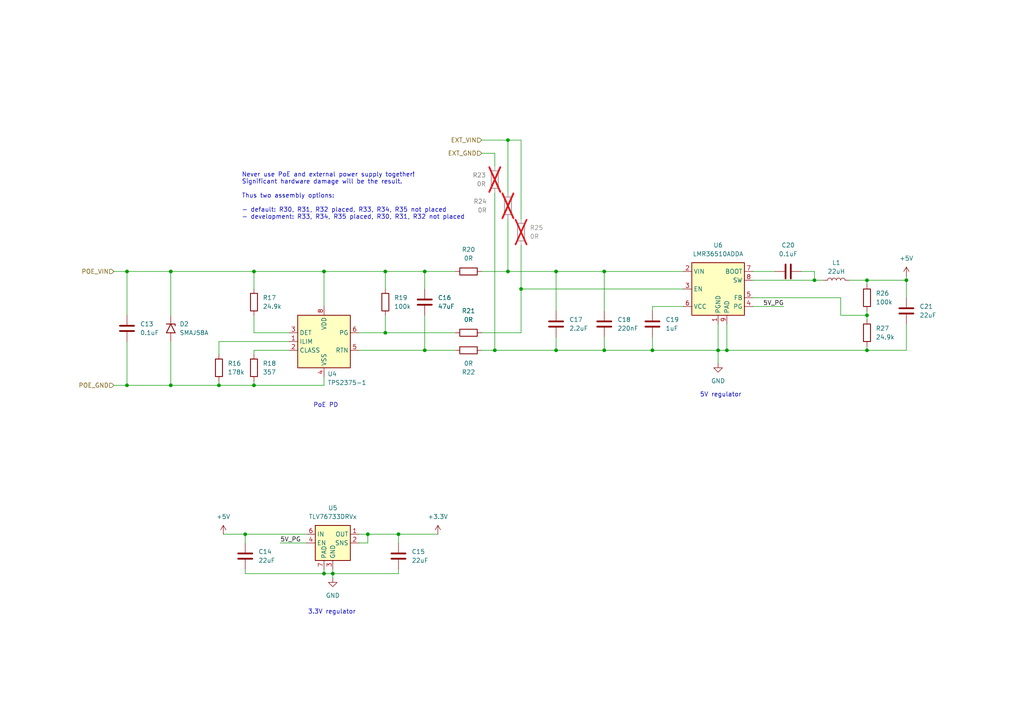
<source format=kicad_sch>
(kicad_sch (version 20250114) (generator "eeschema") (generator_version "9.0")
  (paper "A4")
  (title_block (title "iot-contact"))
  (lib_symbols
    (symbol "Device:C" (pin_numbers (hide yes)) (pin_names (offset 0.254))
      (property "Reference" "C" (at 0.635 2.54 0))
      (property "Value" "C" (at 0.635 -2.54 0))
      (symbol "C_0_1"
        (polyline (pts (xy -2.032 0.762) (xy 2.032 0.762)) (stroke (width 0.508)))
        (polyline (pts (xy -2.032 -0.762) (xy 2.032 -0.762)) (stroke (width 0.508)))
      )
      (symbol "C_1_1"
        (pin passive line (at 0 3.81 270) (length 2.794) (name "~") (number "1"))
        (pin passive line (at 0 -3.81 90) (length 2.794) (name "~") (number "2"))
      )
    )
    (symbol "Device:L" (pin_numbers (hide yes)) (pin_names (offset 1.016) (hide yes))
      (property "Reference" "L" (at -1.27 0 90))
      (property "Value" "L" (at 1.905 0 90))
      (symbol "L_0_1"
        (arc (start 0 2.54) (mid 0.6323 1.905) (end 0 1.27))
        (arc (start 0 1.27) (mid 0.6323 0.635) (end 0 0))
        (arc (start 0 0) (mid 0.6323 -0.635) (end 0 -1.27))
        (arc (start 0 -1.27) (mid 0.6323 -1.905) (end 0 -2.54))
      )
      (symbol "L_1_1"
        (pin passive line (at 0 3.81 270) (length 1.27) (name "1") (number "1"))
        (pin passive line (at 0 -3.81 90) (length 1.27) (name "2") (number "2"))
      )
    )
    (symbol "Device:R" (pin_numbers (hide yes)) (pin_names (offset 0))
      (property "Reference" "R" (at 2.032 0 90))
      (property "Value" "R" (at 0 0 90))
      (symbol "R_0_1"
        (rectangle (start -1.016 -2.54) (end 1.016 2.54) (stroke (width 0.254)))
      )
      (symbol "R_1_1"
        (pin passive line (at 0 3.81 270) (length 1.27) (name "~") (number "1"))
        (pin passive line (at 0 -3.81 90) (length 1.27) (name "~") (number "2"))
      )
    )
    (symbol "Diode:SMAJ58A" (pin_numbers (hide yes)) (pin_names (offset 1.016) (hide yes))
      (property "Reference" "D" (at 0 2.54 0))
      (property "Value" "SMAJ58A" (at 0 -2.54 0))
      (symbol "SMAJ58A_0_1"
        (polyline (pts (xy -0.762 1.27) (xy -1.27 1.27) (xy -1.27 -1.27)) (stroke (width 0.254)))
        (polyline (pts (xy 1.27 1.27) (xy 1.27 -1.27) (xy -1.27 0) (xy 1.27 1.27)) (stroke (width 0.254)))
      )
      (symbol "SMAJ58A_1_1"
        (pin passive line (at -3.81 0 0) (length 2.54) (name "A1") (number "1"))
        (pin passive line (at 3.81 0 180) (length 2.54) (name "A2") (number "2"))
      )
    )
    (symbol "Regulator_Controller:TPS2375-1"
      (property "Reference" "U" (at 2.54 -8.89 0))
      (property "Value" "TPS2375-1" (at 7.62 -11.43 0))
      (symbol "TPS2375-1_0_1"
        (rectangle (start -7.62 7.62) (end 7.62 -7.62) (stroke (width 0.254)) (fill (type background)))
      )
      (symbol "TPS2375-1_1_1"
        (pin passive line (at -10.16 2.54 0) (length 2.54) (name "DET") (number "3"))
        (pin passive line (at -10.16 0 0) (length 2.54) (name "ILIM") (number "1"))
        (pin passive line (at -10.16 -2.54 0) (length 2.54) (name "CLASS") (number "2"))
        (pin power_in line (at 0 10.16 270) (length 2.54) (name "VDD") (number "8"))
        (pin power_in line (at 0 -10.16 90) (length 2.54) (name "VSS") (number "4"))
        (pin no_connect line (at 7.62 0 180) (length 2.54) (hide yes) (name "NC") (number "7"))
        (pin open_collector line (at 10.16 2.54 180) (length 2.54) (name "PG") (number "6"))
        (pin power_out line (at 10.16 -2.54 180) (length 2.54) (name "RTN") (number "5"))
      )
    )
    (symbol "Regulator_Linear:TLV76733DRVx"
      (property "Reference" "U" (at 0 8.89 0))
      (property "Value" "TLV76733DRVx" (at 0 6.35 0))
      (symbol "TLV76733DRVx_0_1"
        (rectangle (start -5.08 -5.08) (end 5.08 5.08) (stroke (width 0.254)) (fill (type background)))
      )
      (symbol "TLV76733DRVx_1_1"
        (pin power_in line (at -7.62 2.54 0) (length 2.54) (name "IN") (number "6"))
        (pin input line (at -7.62 0 0) (length 2.54) (name "EN") (number "4"))
        (pin passive line (at -2.54 -7.62 90) (length 2.54) (name "PAD") (number "7"))
        (pin power_in line (at 0 -7.62 90) (length 2.54) (name "GND") (number "3"))
        (pin passive line (at 0 -7.62 90) (length 2.54) (hide yes) (name "GND") (number "5"))
        (pin power_out line (at 7.62 2.54 180) (length 2.54) (name "OUT") (number "1"))
        (pin input line (at 7.62 0 180) (length 2.54) (name "SNS") (number "2"))
      )
    )
    (symbol "Regulator_Switching:LMR36510ADDA"
      (property "Reference" "U" (at 0 11.43 0))
      (property "Value" "LMR36510ADDA" (at 0 8.89 0))
      (symbol "LMR36510ADDA_0_1"
        (rectangle (start -7.62 7.62) (end 7.62 -7.62) (stroke (width 0.254)) (fill (type background)))
      )
      (symbol "LMR36510ADDA_1_1"
        (pin power_in line (at -10.16 5.08 0) (length 2.54) (name "VIN") (number "2"))
        (pin input line (at -10.16 0 0) (length 2.54) (name "EN") (number "3"))
        (pin power_out line (at -10.16 -5.08 0) (length 2.54) (name "VCC") (number "6"))
        (pin power_in line (at 0 -10.16 90) (length 2.54) (name "PGND") (number "1"))
        (pin power_in line (at 2.54 -10.16 90) (length 2.54) (name "PAD") (number "9"))
        (pin input line (at 10.16 5.08 180) (length 2.54) (name "BOOT") (number "7"))
        (pin output line (at 10.16 2.54 180) (length 2.54) (name "SW") (number "8"))
        (pin input line (at 10.16 -2.54 180) (length 2.54) (name "FB") (number "5"))
        (pin open_collector line (at 10.16 -5.08 180) (length 2.54) (name "PG") (number "4"))
      )
    )
    (symbol "power:+3.3V" (power) (pin_numbers (hide yes)) (pin_names (offset 0) (hide yes))
      (property "Value" "+3.3V" (at 0 3.556 0))
      (symbol "+3.3V_0_1"
        (polyline (pts (xy -0.762 1.27) (xy 0 2.54)))
        (polyline (pts (xy 0 2.54) (xy 0.762 1.27)))
        (polyline (pts (xy 0 0) (xy 0 2.54)))
      )
      (symbol "+3.3V_1_1"
        (pin power_in line (at 0 0 90) (length 0) (name "~") (number "1"))
      )
    )
    (symbol "power:+5V" (power) (pin_numbers (hide yes)) (pin_names (offset 0) (hide yes))
      (property "Value" "+5V" (at 0 3.556 0))
      (symbol "+5V_0_1"
        (polyline (pts (xy -0.762 1.27) (xy 0 2.54)))
        (polyline (pts (xy 0 2.54) (xy 0.762 1.27)))
        (polyline (pts (xy 0 0) (xy 0 2.54)))
      )
      (symbol "+5V_1_1"
        (pin power_in line (at 0 0 90) (length 0) (name "~") (number "1"))
      )
    )
    (symbol "power:GND" (power) (pin_numbers (hide yes)) (pin_names (offset 0) (hide yes))
      (property "Value" "GND" (at 0 -3.81 0))
      (symbol "GND_0_1"
        (polyline (pts (xy 0 0) (xy 0 -1.27) (xy 1.27 -1.27) (xy 0 -2.54) (xy -1.27 -1.27) (xy 0 -1.27)))
      )
      (symbol "GND_1_1"
        (pin power_in line (at 0 0 270) (length 0) (name "~") (number "1"))
      )
    )
  )
  (text "Never use PoE and external power supply together!\nSignificant hardware damage will be the result.\n\nThus two assembly options:\n\n- default: R30, R31, R32 placed, R33, R34, R35 not placed\n- development: R33, R34, R35 placed, R30, R31, R32 not placed" (at 70.104 56.896 0) (effects (font (size 1.27 1.27)) (justify left)))
  (text "5V regulator" (at 209.042 114.554 0) (effects (font (size 1.27 1.27))))
  (text "PoE PD" (at 94.488 117.602 0) (effects (font (size 1.27 1.27))))
  (text "3.3V regulator\n" (at 96.266 177.546 0) (effects (font (size 1.27 1.27))))
  (junction (at 161.29 78.74))
  (junction (at 96.52 166.37))
  (junction (at 175.26 101.6))
  (junction (at 36.83 78.74))
  (junction (at 143.51 101.6))
  (junction (at 71.12 154.94))
  (junction (at 251.46 91.44))
  (junction (at 36.83 111.76))
  (junction (at 251.46 81.28))
  (junction (at 93.98 78.74))
  (junction (at 115.57 154.94))
  (junction (at 151.13 83.82))
  (junction (at 63.5 111.76))
  (junction (at 175.26 78.74))
  (junction (at 189.23 101.6))
  (junction (at 123.19 78.74))
  (junction (at 251.46 101.6))
  (junction (at 147.32 78.74))
  (junction (at 106.68 154.94))
  (junction (at 49.53 111.76))
  (junction (at 73.66 111.76))
  (junction (at 111.76 96.52))
  (junction (at 236.22 81.28))
  (junction (at 111.76 78.74))
  (junction (at 262.89 81.28))
  (junction (at 93.98 166.37))
  (junction (at 73.66 78.74))
  (junction (at 49.53 78.74))
  (junction (at 147.32 40.64))
  (junction (at 161.29 101.6))
  (junction (at 123.19 101.6))
  (junction (at 208.28 101.6))
  (junction (at 210.82 101.6))
  (wire (pts (xy 104.14 154.94) (xy 106.68 154.94)))
  (wire (pts (xy 115.57 165.1) (xy 115.57 166.37)))
  (wire (pts (xy 147.32 78.74) (xy 161.29 78.74)))
  (wire (pts (xy 106.68 157.48) (xy 106.68 154.94)))
  (wire (pts (xy 189.23 101.6) (xy 208.28 101.6)))
  (wire (pts (xy 115.57 154.94) (xy 127 154.94)))
  (wire (pts (xy 262.89 93.98) (xy 262.89 101.6)))
  (wire (pts (xy 73.66 96.52) (xy 83.82 96.52)))
  (wire (pts (xy 243.84 91.44) (xy 251.46 91.44)))
  (wire (pts (xy 232.41 78.74) (xy 236.22 78.74)))
  (wire (pts (xy 139.7 101.6) (xy 143.51 101.6)))
  (wire (pts (xy 161.29 101.6) (xy 175.26 101.6)))
  (wire (pts (xy 106.68 154.94) (xy 115.57 154.94)))
  (wire (pts (xy 218.44 86.36) (xy 243.84 86.36)))
  (wire (pts (xy 81.28 157.48) (xy 88.9 157.48)))
  (wire (pts (xy 104.14 101.6) (xy 123.19 101.6)))
  (wire (pts (xy 251.46 81.28) (xy 262.89 81.28)))
  (wire (pts (xy 96.52 166.37) (xy 96.52 167.64)))
  (wire (pts (xy 71.12 166.37) (xy 93.98 166.37)))
  (wire (pts (xy 123.19 78.74) (xy 132.08 78.74)))
  (wire (pts (xy 111.76 78.74) (xy 111.76 83.82)))
  (wire (pts (xy 49.53 111.76) (xy 63.5 111.76)))
  (wire (pts (xy 208.28 101.6) (xy 208.28 105.41)))
  (wire (pts (xy 123.19 101.6) (xy 132.08 101.6)))
  (wire (pts (xy 175.26 78.74) (xy 175.26 90.17)))
  (wire (pts (xy 73.66 78.74) (xy 93.98 78.74)))
  (wire (pts (xy 49.53 78.74) (xy 73.66 78.74)))
  (wire (pts (xy 151.13 40.64) (xy 147.32 40.64)))
  (wire (pts (xy 189.23 90.17) (xy 189.23 88.9)))
  (wire (pts (xy 111.76 78.74) (xy 123.19 78.74)))
  (wire (pts (xy 73.66 91.44) (xy 73.66 96.52)))
  (wire (pts (xy 93.98 165.1) (xy 93.98 166.37)))
  (wire (pts (xy 189.23 97.79) (xy 189.23 101.6)))
  (wire (pts (xy 236.22 78.74) (xy 236.22 81.28)))
  (wire (pts (xy 175.26 97.79) (xy 175.26 101.6)))
  (wire (pts (xy 71.12 154.94) (xy 88.9 154.94)))
  (wire (pts (xy 33.02 78.74) (xy 36.83 78.74)))
  (wire (pts (xy 147.32 40.64) (xy 147.32 55.88)))
  (wire (pts (xy 115.57 166.37) (xy 96.52 166.37)))
  (wire (pts (xy 73.66 102.87) (xy 73.66 101.6)))
  (wire (pts (xy 210.82 101.6) (xy 251.46 101.6)))
  (wire (pts (xy 161.29 78.74) (xy 161.29 90.17)))
  (wire (pts (xy 143.51 101.6) (xy 161.29 101.6)))
  (wire (pts (xy 123.19 91.44) (xy 123.19 101.6)))
  (wire (pts (xy 251.46 81.28) (xy 251.46 82.55)))
  (wire (pts (xy 123.19 78.74) (xy 123.19 83.82)))
  (wire (pts (xy 208.28 93.98) (xy 208.28 101.6)))
  (wire (pts (xy 73.66 101.6) (xy 83.82 101.6)))
  (wire (pts (xy 96.52 165.1) (xy 96.52 166.37)))
  (wire (pts (xy 36.83 99.06) (xy 36.83 111.76)))
  (wire (pts (xy 251.46 100.33) (xy 251.46 101.6)))
  (wire (pts (xy 151.13 71.12) (xy 151.13 83.82)))
  (wire (pts (xy 262.89 81.28) (xy 262.89 86.36)))
  (wire (pts (xy 73.66 78.74) (xy 73.66 83.82)))
  (wire (pts (xy 210.82 93.98) (xy 210.82 101.6)))
  (wire (pts (xy 93.98 78.74) (xy 111.76 78.74)))
  (wire (pts (xy 175.26 78.74) (xy 198.12 78.74)))
  (wire (pts (xy 93.98 166.37) (xy 96.52 166.37)))
  (wire (pts (xy 147.32 63.5) (xy 147.32 78.74)))
  (wire (pts (xy 49.53 78.74) (xy 49.53 91.44)))
  (wire (pts (xy 210.82 101.6) (xy 208.28 101.6)))
  (wire (pts (xy 251.46 91.44) (xy 251.46 92.71)))
  (wire (pts (xy 63.5 110.49) (xy 63.5 111.76)))
  (wire (pts (xy 139.7 44.45) (xy 143.51 44.45)))
  (wire (pts (xy 175.26 101.6) (xy 189.23 101.6)))
  (wire (pts (xy 93.98 78.74) (xy 93.98 88.9)))
  (wire (pts (xy 139.7 40.64) (xy 147.32 40.64)))
  (wire (pts (xy 111.76 91.44) (xy 111.76 96.52)))
  (wire (pts (xy 243.84 86.36) (xy 243.84 91.44)))
  (wire (pts (xy 36.83 78.74) (xy 36.83 91.44)))
  (wire (pts (xy 218.44 78.74) (xy 224.79 78.74)))
  (wire (pts (xy 71.12 154.94) (xy 71.12 157.48)))
  (wire (pts (xy 143.51 44.45) (xy 143.51 48.26)))
  (wire (pts (xy 218.44 81.28) (xy 236.22 81.28)))
  (wire (pts (xy 63.5 111.76) (xy 73.66 111.76)))
  (wire (pts (xy 93.98 111.76) (xy 93.98 109.22)))
  (wire (pts (xy 218.44 88.9) (xy 227.33 88.9)))
  (wire (pts (xy 151.13 96.52) (xy 151.13 83.82)))
  (wire (pts (xy 104.14 96.52) (xy 111.76 96.52)))
  (wire (pts (xy 251.46 90.17) (xy 251.46 91.44)))
  (wire (pts (xy 151.13 83.82) (xy 198.12 83.82)))
  (wire (pts (xy 64.77 154.94) (xy 71.12 154.94)))
  (wire (pts (xy 161.29 97.79) (xy 161.29 101.6)))
  (wire (pts (xy 71.12 165.1) (xy 71.12 166.37)))
  (wire (pts (xy 251.46 101.6) (xy 262.89 101.6)))
  (wire (pts (xy 161.29 78.74) (xy 175.26 78.74)))
  (wire (pts (xy 143.51 55.88) (xy 143.51 101.6)))
  (wire (pts (xy 73.66 110.49) (xy 73.66 111.76)))
  (wire (pts (xy 246.38 81.28) (xy 251.46 81.28)))
  (wire (pts (xy 73.66 111.76) (xy 93.98 111.76)))
  (wire (pts (xy 63.5 102.87) (xy 63.5 99.06)))
  (wire (pts (xy 33.02 111.76) (xy 36.83 111.76)))
  (wire (pts (xy 104.14 157.48) (xy 106.68 157.48)))
  (wire (pts (xy 236.22 81.28) (xy 238.76 81.28)))
  (wire (pts (xy 115.57 157.48) (xy 115.57 154.94)))
  (wire (pts (xy 139.7 78.74) (xy 147.32 78.74)))
  (wire (pts (xy 139.7 96.52) (xy 151.13 96.52)))
  (wire (pts (xy 63.5 99.06) (xy 83.82 99.06)))
  (wire (pts (xy 36.83 111.76) (xy 49.53 111.76)))
  (wire (pts (xy 189.23 88.9) (xy 198.12 88.9)))
  (wire (pts (xy 36.83 78.74) (xy 49.53 78.74)))
  (wire (pts (xy 262.89 81.28) (xy 262.89 80.01)))
  (wire (pts (xy 49.53 99.06) (xy 49.53 111.76)))
  (wire (pts (xy 111.76 96.52) (xy 132.08 96.52)))
  (wire (pts (xy 151.13 63.5) (xy 151.13 40.64)))
  (label "5V_PG" (at 227.33 88.9 180))
  (label "5V_PG" (at 81.28 157.48 0))
  (hierarchical_label "EXT_GND" (shape input) (at 139.7 44.45 180))
  (hierarchical_label "POE_GND" (shape input) (at 33.02 111.76 180))
  (hierarchical_label "POE_VIN" (shape input) (at 33.02 78.74 180))
  (hierarchical_label "EXT_VIN" (shape input) (at 139.7 40.64 180))
  (symbol (lib_id "Device:C") (at 36.83 95.25 0) (unit 1)
    (property "Reference" "C13" (at 40.64 93.9799 0) (effects (justify left)))
    (property "Value" "0.1uF" (at 40.64 96.5199 0) (effects (justify left)))
    (property "Description" "Unpolarized capacitor" (effects (hide yes)))
  )
  (symbol (lib_id "Device:R") (at 111.76 87.63 0) (unit 1)
    (property "Reference" "R19" (at 114.3 86.3599 0) (effects (justify left)))
    (property "Value" "100k" (at 114.3 88.8999 0) (effects (justify left)))
    (property "Description" "Resistor" (effects (hide yes)))
  )
  (symbol (lib_id "Regulator_Linear:TLV76733DRVx") (at 96.52 157.48 0) (unit 1)
    (property "Reference" "U5" (at 96.52 147.32 0))
    (property "Value" "TLV76733DRVx" (at 96.52 149.86 0))
    (property "Footprint" "Package_SON:WSON-6-1EP_2x2mm_P0.65mm_EP1x1.6mm_ThermalVias" (effects (hide yes)))
    (property "Datasheet" "www.ti.com/lit/gpn/TLV767" (effects (hide yes)))
    (property "Description" "1A Precision Linear Voltage Regulator, with enable pin, Fixed Output 3.3V, WSON6" (effects (hide yes)))
  )
  (symbol (lib_id "Device:R") (at 135.89 101.6 90) (mirror x) (unit 1)
    (property "Reference" "R22" (at 135.89 107.95 90))
    (property "Value" "0R" (at 135.89 105.41 90))
    (property "Description" "Resistor" (effects (hide yes)))
  )
  (symbol (lib_id "Regulator_Controller:TPS2375-1") (at 93.98 99.06 0) (unit 1)
    (property "Reference" "U4" (at 94.996 108.458 0) (effects (justify left)))
    (property "Value" "TPS2375-1" (at 94.996 110.998 0) (effects (justify left)))
    (property "Footprint" "Package_SO:TSSOP-8_4.4x3mm_P0.65mm" (effects (hide yes)))
    (property "Datasheet" "https://www.ti.com/lit/gpn/tps2375-1" (effects (hide yes)))
    (property "Description" "IEEE802.3af PoE Controller, Auto-Retry" (effects (hide yes)))
  )
  (symbol (lib_id "power:+3.3V") (at 127 154.94 0) (unit 1)
    (property "Reference" "#PWR035" (effects (hide yes)))
    (property "Value" "+3.3V" (at 127 149.86 0))
    (property "Description" "Power symbol creates a global label with name \"+3.3V\"" (effects (hide yes)))
  )
  (symbol (lib_id "Device:R") (at 73.66 106.68 0) (unit 1)
    (property "Reference" "R18" (at 76.2 105.4099 0) (effects (justify left)))
    (property "Value" "357" (at 76.2 107.9499 0) (effects (justify left)))
    (property "Description" "Resistor" (effects (hide yes)))
  )
  (symbol (lib_id "Device:R") (at 147.32 59.69 0) (mirror y) (unit 1) (dnp yes)
    (property "Reference" "R24" (at 141.224 58.42 0) (effects (justify left)))
    (property "Value" "0R" (at 141.224 60.96 0) (effects (justify left)))
    (property "Description" "Resistor" (effects (hide yes)))
  )
  (symbol (lib_id "Diode:SMAJ58A") (at 49.53 95.25 270) (unit 1)
    (property "Reference" "D2" (at 52.07 93.9799 90) (effects (justify left)))
    (property "Value" "SMAJ58A" (at 52.07 96.5199 90) (effects (justify left)))
    (property "Footprint" "Diode_SMD:D_SMA" (effects (hide yes)))
    (property "Datasheet" "https://www.littelfuse.com/media?resourcetype=datasheets&itemid=75e32973-b177-4ee3-a0ff-cedaf1abdb93&filename=smaj-datasheet" (effects (hide yes)))
    (property "Description" "400W unidirectional Transient Voltage Suppressor, 58.0Vr, SMA(DO-214AC)" (effects (hide yes)))
  )
  (symbol (lib_id "Device:R") (at 251.46 96.52 0) (unit 1)
    (property "Reference" "R27" (at 254 95.2499 0) (effects (justify left)))
    (property "Value" "24.9k" (at 254 97.7899 0) (effects (justify left)))
    (property "Description" "Resistor" (effects (hide yes)))
  )
  (symbol (lib_id "Device:R") (at 251.46 86.36 0) (unit 1)
    (property "Reference" "R26" (at 254 85.0899 0) (effects (justify left)))
    (property "Value" "100k" (at 254 87.6299 0) (effects (justify left)))
    (property "Description" "Resistor" (effects (hide yes)))
  )
  (symbol (lib_id "power:+5V") (at 262.89 80.01 0) (unit 1)
    (property "Reference" "#PWR037" (effects (hide yes)))
    (property "Value" "+5V" (at 262.89 74.93 0))
    (property "Description" "Power symbol creates a global label with name \"+5V\"" (effects (hide yes)))
  )
  (symbol (lib_id "Device:C") (at 175.26 93.98 0) (unit 1)
    (property "Reference" "C18" (at 179.07 92.7099 0) (effects (justify left)))
    (property "Value" "220nF" (at 179.07 95.2499 0) (effects (justify left)))
    (property "Description" "Unpolarized capacitor" (effects (hide yes)))
  )
  (symbol (lib_id "power:GND") (at 208.28 105.41 0) (unit 1)
    (property "Reference" "#PWR036" (effects (hide yes)))
    (property "Value" "GND" (at 208.28 110.49 0))
    (property "Description" "Power symbol creates a global label with name \"GND\" , ground" (effects (hide yes)))
  )
  (symbol (lib_id "Device:R") (at 135.89 96.52 90) (unit 1)
    (property "Reference" "R21" (at 135.89 90.17 90))
    (property "Value" "0R" (at 135.89 92.71 90))
    (property "Description" "Resistor" (effects (hide yes)))
  )
  (symbol (lib_id "power:+5V") (at 64.77 154.94 0) (unit 1)
    (property "Reference" "#PWR033" (effects (hide yes)))
    (property "Value" "+5V" (at 64.77 149.86 0))
    (property "Description" "Power symbol creates a global label with name \"+5V\"" (effects (hide yes)))
  )
  (symbol (lib_id "Device:C") (at 115.57 161.29 0) (unit 1)
    (property "Reference" "C15" (at 119.38 160.0199 0) (effects (justify left)))
    (property "Value" "22uF" (at 119.38 162.5599 0) (effects (justify left)))
    (property "Description" "Unpolarized capacitor" (effects (hide yes)))
  )
  (symbol (lib_id "Device:R") (at 143.51 52.07 0) (mirror y) (unit 1) (dnp yes)
    (property "Reference" "R23" (at 140.97 50.7999 0) (effects (justify left)))
    (property "Value" "0R" (at 140.97 53.3399 0) (effects (justify left)))
    (property "Description" "Resistor" (effects (hide yes)))
  )
  (symbol (lib_id "power:GND") (at 96.52 167.64 0) (unit 1)
    (property "Reference" "#PWR034" (effects (hide yes)))
    (property "Value" "GND" (at 96.52 172.72 0))
    (property "Description" "Power symbol creates a global label with name \"GND\" , ground" (effects (hide yes)))
  )
  (symbol (lib_id "Device:R") (at 135.89 78.74 90) (unit 1)
    (property "Reference" "R20" (at 135.89 72.39 90))
    (property "Value" "0R" (at 135.89 74.93 90))
    (property "Description" "Resistor" (effects (hide yes)))
  )
  (symbol (lib_id "Device:L") (at 242.57 81.28 90) (unit 1)
    (property "Reference" "L1" (at 242.57 76.2 90))
    (property "Value" "22uH" (at 242.57 78.74 90))
    (property "Description" "Inductor" (effects (hide yes)))
  )
  (symbol (lib_id "Device:R") (at 63.5 106.68 0) (unit 1)
    (property "Reference" "R16" (at 66.04 105.4099 0) (effects (justify left)))
    (property "Value" "178k" (at 66.04 107.9499 0) (effects (justify left)))
    (property "Description" "Resistor" (effects (hide yes)))
  )
  (symbol (lib_id "Device:C") (at 228.6 78.74 90) (unit 1)
    (property "Reference" "C20" (at 228.6 71.12 90))
    (property "Value" "0.1uF" (at 228.6 73.66 90))
    (property "Description" "Unpolarized capacitor" (effects (hide yes)))
  )
  (symbol (lib_id "Device:C") (at 262.89 90.17 0) (unit 1)
    (property "Reference" "C21" (at 266.7 88.8999 0) (effects (justify left)))
    (property "Value" "22uF" (at 266.7 91.4399 0) (effects (justify left)))
    (property "Description" "Unpolarized capacitor" (effects (hide yes)))
  )
  (symbol (lib_id "Device:C") (at 189.23 93.98 0) (unit 1)
    (property "Reference" "C19" (at 193.04 92.7099 0) (effects (justify left)))
    (property "Value" "1uF" (at 193.04 95.2499 0) (effects (justify left)))
    (property "Description" "Unpolarized capacitor" (effects (hide yes)))
  )
  (symbol (lib_id "Device:R") (at 73.66 87.63 0) (unit 1)
    (property "Reference" "R17" (at 76.2 86.3599 0) (effects (justify left)))
    (property "Value" "24.9k" (at 76.2 88.8999 0) (effects (justify left)))
    (property "Description" "Resistor" (effects (hide yes)))
  )
  (symbol (lib_id "Device:C") (at 123.19 87.63 0) (unit 1)
    (property "Reference" "C16" (at 127 86.3599 0) (effects (justify left)))
    (property "Value" "47uF" (at 127 88.8999 0) (effects (justify left)))
    (property "Description" "Unpolarized capacitor" (effects (hide yes)))
  )
  (symbol (lib_id "Device:C") (at 161.29 93.98 0) (unit 1)
    (property "Reference" "C17" (at 165.1 92.7099 0) (effects (justify left)))
    (property "Value" "2.2uF" (at 165.1 95.2499 0) (effects (justify left)))
    (property "Description" "Unpolarized capacitor" (effects (hide yes)))
  )
  (symbol (lib_id "Device:R") (at 151.13 67.31 0) (unit 1) (dnp yes)
    (property "Reference" "R25" (at 153.67 66.0399 0) (effects (justify left)))
    (property "Value" "0R" (at 153.67 68.5799 0) (effects (justify left)))
    (property "Description" "Resistor" (effects (hide yes)))
  )
  (symbol (lib_id "Device:C") (at 71.12 161.29 0) (unit 1)
    (property "Reference" "C14" (at 74.93 160.0199 0) (effects (justify left)))
    (property "Value" "22uF" (at 74.93 162.5599 0) (effects (justify left)))
    (property "Description" "Unpolarized capacitor" (effects (hide yes)))
  )
  (symbol (lib_id "Regulator_Switching:LMR36510ADDA") (at 208.28 83.82 0) (unit 1)
    (property "Reference" "U6" (at 208.28 71.12 0))
    (property "Value" "LMR36510ADDA" (at 208.28 73.66 0))
    (property "Footprint" "Package_SO:Texas_HTSOP-8-1EP_3.9x4.9mm_P1.27mm_EP2.95x4.9mm_Mask2.4x3.1mm_ThermalVias" (effects (hide yes)))
    (property "Datasheet" "http://www.ti.com/lit/ds/symlink/lmr36510.pdf" (effects (hide yes)))
    (property "Description" "Simple Switcher Synchronous Buck Regulator, Vin=4.2-65V, Iout=1A, F=400kHz, Adjustable output voltage, HSOP-8" (effects (hide yes)))
  )
)
</source>
